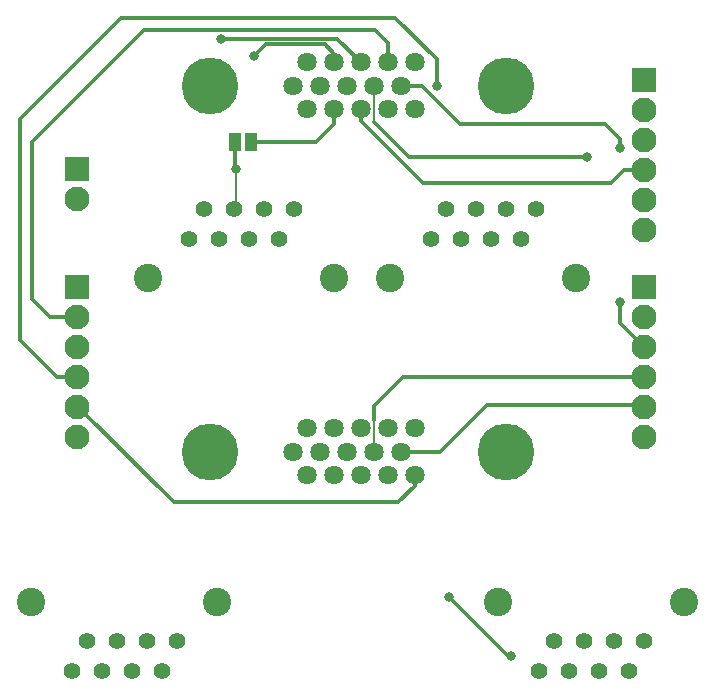
<source format=gbr>
G04 CAM350 V10.5 (Build 464) Date:  Mon Feb 15 08:33:08 2021 *
G04 Database: (Untitled) *
G04 Layer 5: ad57_adapter-F_Cu.gbr *
%FSLAX23Y23*%
%MOIN*%
%SFA1.000B1.000*%

%MIA0B0*%
%IPPOS*%
%ADD10R,0.08268X0.08268*%
%ADD11C,0.08268*%
%ADD12C,0.18902*%
%ADD13C,0.06449*%
%ADD14C,0.09449*%
%ADD15C,0.05512*%
%ADD16C,0.03150*%
%ADD17C,0.01181*%
%ADD19C,0.00787*%
%ADD21R,0.03937X0.05906*%
%LNad57_adapter-F_Cu.gbr*%
%LPD*%
G54D10*
X5138Y-3071D03*
G54D11*
Y-3171D03*
G54D10*
X7028Y-2776D03*
G54D11*
Y-2876D03*
Y-2976D03*
Y-3076D03*
Y-3176D03*
Y-3276D03*
Y-3965D03*
Y-3865D03*
Y-3765D03*
Y-3665D03*
Y-3565D03*
G54D10*
Y-3465D03*
G54D12*
X6568Y-4015D03*
X5584D03*
G54D13*
X6266Y-4093D03*
X6176D03*
X6086D03*
X5996D03*
X5906D03*
X6221Y-4015D03*
X6131D03*
X6041D03*
X5951D03*
X5861D03*
X6266Y-3937D03*
X6176D03*
X6086D03*
X5996D03*
X5906D03*
Y-2717D03*
X5996D03*
X6086D03*
X6176D03*
X6266D03*
X5861Y-2795D03*
X5951D03*
X6041D03*
X6131D03*
X6221D03*
X5906Y-2873D03*
X5996D03*
X6086D03*
X6176D03*
X6266D03*
G54D12*
X5584Y-2795D03*
X6568D03*
G54D14*
X4987Y-4516D03*
X5607D03*
G54D15*
X5122Y-4746D03*
X5172Y-4646D03*
X5222Y-4746D03*
X5272Y-4646D03*
X5322Y-4746D03*
X5372Y-4646D03*
X5422Y-4746D03*
X5472Y-4646D03*
G54D10*
X5138Y-3465D03*
G54D11*
Y-3565D03*
Y-3665D03*
Y-3765D03*
Y-3865D03*
Y-3965D03*
G54D14*
X5997Y-3437D03*
X5377D03*
G54D15*
X5862Y-3207D03*
X5812Y-3307D03*
X5762Y-3207D03*
X5712Y-3307D03*
X5662Y-3207D03*
X5612Y-3307D03*
X5562Y-3207D03*
X5512Y-3307D03*
X7028Y-4646D03*
X6978Y-4746D03*
X6928Y-4646D03*
X6878Y-4746D03*
X6828Y-4646D03*
X6778Y-4746D03*
X6728Y-4646D03*
X6678Y-4746D03*
G54D14*
X7163Y-4516D03*
X6543D03*
G54D15*
X6319Y-3307D03*
X6369Y-3207D03*
X6419Y-3307D03*
X6469Y-3207D03*
X6519Y-3307D03*
X6569Y-3207D03*
X6619Y-3307D03*
X6669Y-3207D03*
G54D14*
X6184Y-3437D03*
X6804D03*
G54D21*
X5719Y-2982D03*
X5667D03*
G54D16*
X6949Y-3514D03*
Y-3002D03*
X6841Y-3031D03*
X6378Y-4498D03*
X6585Y-4695D03*
X5728Y-2697D03*
X5620Y-2638D03*
X5669Y-3071D03*
X6339Y-2795D03*
G54D17*
X6086Y-2873D02*
G01Y-2912D01*
X7028Y-3076D02*
G01X6964D01*
Y-3076D02*
G01X6919Y-3120D01*
X6294D02*
G01X6242Y-3069D01*
X6919Y-3120D02*
G01X6294D01*
X6242Y-3069D02*
G01X6249Y-3076D01*
X6086Y-2912D02*
G01X6242Y-3069D01*
X6221Y-4015D02*
G01X6349D01*
Y-4015D02*
G01X6506Y-3858D01*
X7021D02*
G01X7028Y-3865D01*
X6506Y-3858D02*
G01X7021D01*
G54D19*
X6131Y-3955D02*
G01X6130Y-3954D01*
X6131Y-4015D02*
G01Y-3955D01*
G54D17*
X6130Y-3861D02*
G01Y-3910D01*
X6226Y-3765D02*
G01X6130Y-3861D01*
X7028Y-3765D02*
G01X6226D01*
G54D19*
X6130Y-3910D02*
G01Y-3870D01*
Y-3954D02*
G01Y-3910D01*
G54D17*
X6221Y-2795D02*
G01X6256D01*
X6949Y-3586D02*
G01X7028Y-3665D01*
X6949Y-3514D02*
G01Y-3586D01*
X6256Y-2795D02*
G01X6289D01*
Y-2795D02*
G01X6417Y-2923D01*
Y-2923D02*
G01X6900D01*
X6949Y-2972D02*
G01Y-3002D01*
X6900Y-2923D02*
G01X6949Y-2972D01*
X6247Y-3031D02*
G01X6131Y-2915D01*
X6841Y-3031D02*
G01X6247D01*
G54D19*
X6131Y-2795D02*
G01Y-2915D01*
G54D17*
X5144Y-3865D02*
G01X5138D01*
X5463Y-4183D02*
G01X5144Y-3865D01*
X6211Y-4183D02*
G01X5463D01*
X6266Y-4128D02*
G01X6211Y-4183D01*
X6266Y-4093D02*
G01Y-4128D01*
X6575Y-4695D02*
G01X6585D01*
X6378Y-4498D02*
G01X6575Y-4695D01*
X5965Y-2657D02*
G01X5996Y-2688D01*
X5768Y-2657D02*
G01X5965D01*
X5996Y-2688D02*
G01Y-2717D01*
X5728Y-2697D02*
G01X5768Y-2657D01*
X6007Y-2638D02*
G01X5719D01*
X6086Y-2717D02*
G01X6007Y-2638D01*
X5620D02*
G01Y-2638D01*
X5719D02*
G01X5620D01*
X5051Y-3565D02*
G01X5138D01*
X6176Y-2652D02*
G01X6132Y-2608D01*
X4990Y-3504D02*
G01X5051Y-3565D01*
X6176Y-2717D02*
G01Y-2652D01*
X4990Y-2982D02*
G01X5364Y-2608D01*
X4990Y-3504D02*
G01Y-2982D01*
X6132Y-2608D02*
G01X5364D01*
G54D19*
X5669Y-3200D02*
G01X5662Y-3207D01*
X5669Y-3071D02*
G01Y-3200D01*
G54D17*
X5667Y-3069D02*
G01X5669Y-3071D01*
X5667Y-2982D02*
G01Y-3069D01*
X5719Y-2982D02*
G01X5935D01*
X5996Y-2922D02*
G01Y-2873D01*
X5935Y-2982D02*
G01X5996Y-2922D01*
X5074Y-3765D02*
G01X5138D01*
X4951Y-3642D02*
G01X5074Y-3765D01*
X4951Y-2904D02*
G01Y-3642D01*
X5285Y-2569D02*
G01X4951Y-2904D01*
X6201Y-2569D02*
G01X5285D01*
X6339Y-2707D02*
G01X6201Y-2569D01*
X6339Y-2795D02*
G01Y-2707D01*
M02*

</source>
